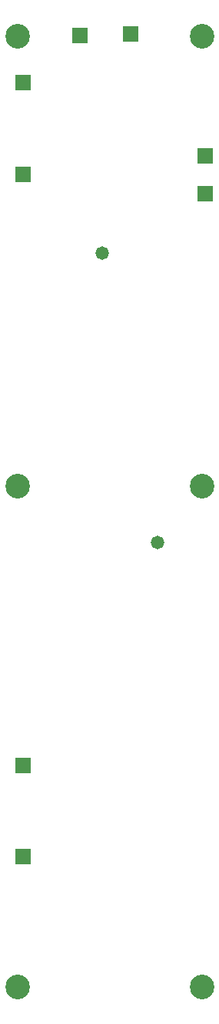
<source format=gbr>
%TF.GenerationSoftware,Altium Limited,Altium Designer,22.2.1 (43)*%
G04 Layer_Color=16711935*
%FSLAX45Y45*%
%MOMM*%
%TF.SameCoordinates,68419969-02EB-4E78-BB40-8B94D9E39CA8*%
%TF.FilePolarity,Negative*%
%TF.FileFunction,Soldermask,Bot*%
%TF.Part,Single*%
G01*
G75*
%TA.AperFunction,ComponentPad*%
%ADD20R,1.70320X1.70320*%
%ADD21R,1.70320X1.70320*%
%TA.AperFunction,ViaPad*%
%ADD22C,1.47320*%
%ADD23C,2.70320*%
D20*
X14833600Y12458700D02*
D03*
X14274800Y12446000D02*
D03*
X15659100Y11125200D02*
D03*
Y10706100D02*
D03*
D21*
X13652499Y10922000D02*
D03*
Y3432378D02*
D03*
Y11925300D02*
D03*
Y4432376D02*
D03*
D22*
X15135860Y6879499D02*
D03*
X14521181Y10053320D02*
D03*
D23*
X15621001Y2000001D02*
D03*
X13589000D02*
D03*
X15621001Y12433300D02*
D03*
X13589000D02*
D03*
Y7500000D02*
D03*
X15621001D02*
D03*
%TF.MD5,d22919006dc8f1a35a582922ba79c243*%
M02*

</source>
